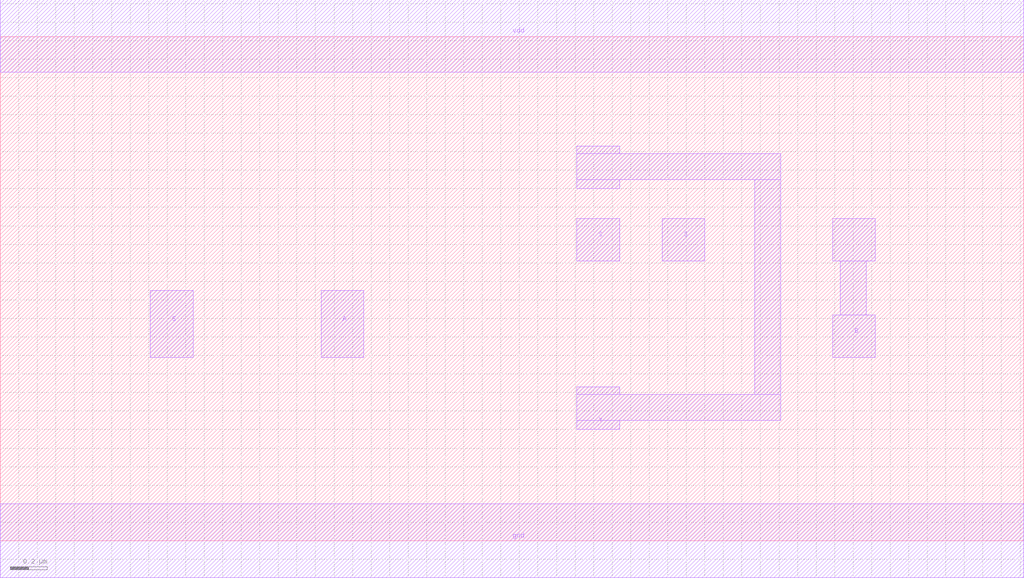
<source format=lef>
VERSION 5.7 ;
  NOWIREEXTENSIONATPIN ON ;
  DIVIDERCHAR "/" ;
  BUSBITCHARS "[]" ;
MACRO MUX2X1
  CLASS CORE ;
  FOREIGN MUX2X1 ;
  ORIGIN 0.000 0.000 ;
  SIZE 5.520 BY 2.720 ;
  SYMMETRY X Y R90 ;
  SITE unithd ;
  PIN vdd
    DIRECTION INOUT ;
    USE POWER ;
    SHAPE ABUTMENT ;
    PORT
      LAYER met2 ;
        RECT 0.000 2.530 5.520 2.920 ;
    END
  END vdd
  PIN gnd
    DIRECTION INOUT ;
    USE GROUND ;
    SHAPE ABUTMENT ;
    PORT
      LAYER met2 ;
        RECT 0.000 -0.200 5.520 0.200 ;
    END
  END gnd
  PIN Y
    DIRECTION INOUT ;
    USE SIGNAL ;
    SHAPE ABUTMENT ;
    PORT
      LAYER met2 ;
        RECT 3.110 2.090 3.340 2.130 ;
        RECT 3.110 1.950 4.210 2.090 ;
        RECT 3.110 1.900 3.340 1.950 ;
        RECT 3.110 0.790 3.340 0.830 ;
        RECT 4.070 0.790 4.210 1.950 ;
        RECT 3.110 0.650 4.210 0.790 ;
        RECT 3.110 0.600 3.340 0.650 ;
    END
  END Y
  PIN A
    DIRECTION INOUT ;
    USE SIGNAL ;
    SHAPE ABUTMENT ;
    PORT
      LAYER met2 ;
        RECT 1.730 0.990 1.960 1.350 ;
    END
  END A
  PIN S
    DIRECTION INOUT ;
    USE SIGNAL ;
    SHAPE ABUTMENT ;
    PORT
      LAYER met2 ;
        RECT 3.110 1.510 3.340 1.740 ;
    END
    PORT
      LAYER met2 ;
        RECT 3.570 1.510 3.800 1.740 ;
    END
    PORT
      LAYER met2 ;
        RECT 0.810 0.990 1.040 1.350 ;
    END
  END S
  PIN B
    DIRECTION INOUT ;
    USE SIGNAL ;
    SHAPE ABUTMENT ;
    PORT
      LAYER met2 ;
        RECT 4.490 1.510 4.720 1.740 ;
        RECT 4.530 1.220 4.670 1.510 ;
        RECT 4.490 0.990 4.720 1.220 ;
    END
  END B
END MUX2X1
END LIBRARY


</source>
